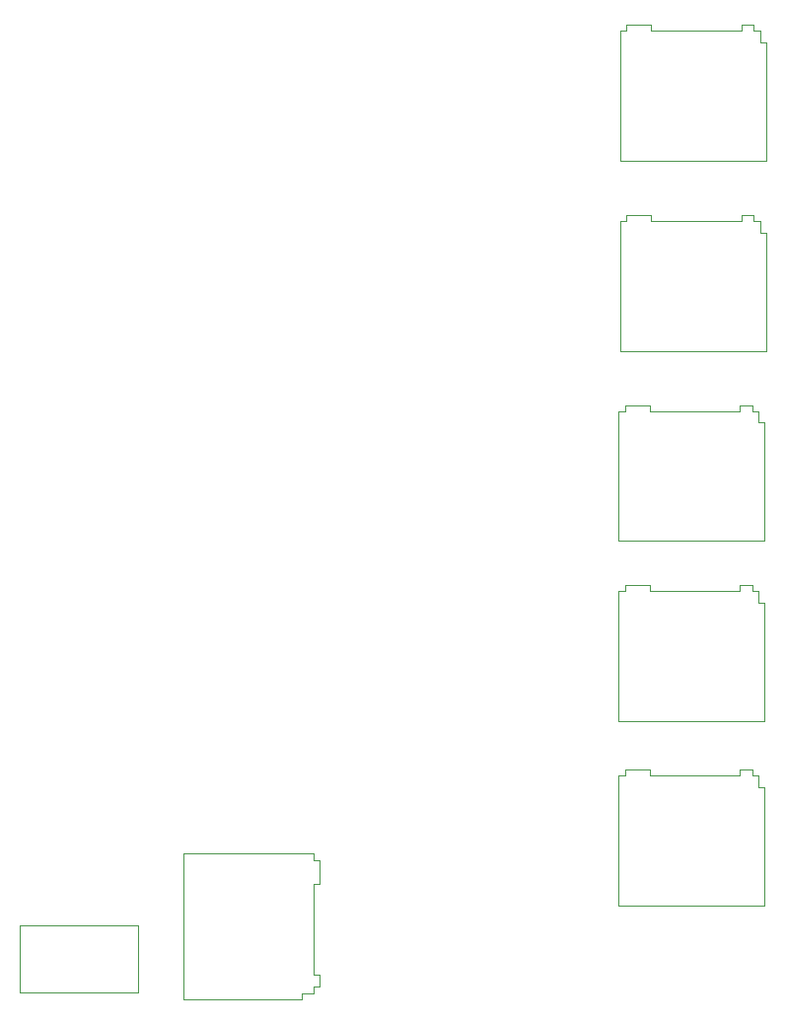
<source format=gbr>
G04*
G04 #@! TF.GenerationSoftware,Altium Limited,Altium Designer,24.6.1 (21)*
G04*
G04 Layer_Color=32768*
%FSLAX25Y25*%
%MOIN*%
G70*
G04*
G04 #@! TF.SameCoordinates,02B8DA6F-49FF-4BAE-8194-33363A00AC8D*
G04*
G04*
G04 #@! TF.FilePolarity,Positive*
G04*
G01*
G75*
%ADD11C,0.00394*%
D11*
X658462Y239822D02*
X688974D01*
Y241791D01*
X693107D01*
Y239822D02*
Y241791D01*
Y239822D02*
X695273D01*
Y235885D02*
Y239822D01*
Y235885D02*
X697241D01*
X658462Y239822D02*
Y241791D01*
X650194D02*
X658462D01*
X650194Y239822D02*
Y241791D01*
X648029Y239822D02*
X650194D01*
X697241Y195885D02*
Y235885D01*
X648029Y195885D02*
X697241D01*
X648029D02*
Y239822D01*
Y256661D02*
Y300598D01*
Y256661D02*
X697241D01*
Y296661D01*
X648029Y300598D02*
X650194D01*
Y302566D01*
X658462D01*
Y300598D02*
Y302566D01*
X695273Y296661D02*
X697241D01*
X695273D02*
Y300598D01*
X693107D02*
X695273D01*
X693107D02*
Y302567D01*
X688974D02*
X693107D01*
X688974Y300598D02*
Y302567D01*
X658462Y300598D02*
X688974D01*
X658998Y364822D02*
X689510D01*
Y366791D01*
X693644D01*
Y364822D02*
Y366791D01*
Y364822D02*
X695809D01*
Y360885D02*
Y364822D01*
Y360885D02*
X697778D01*
X658998Y364822D02*
Y366791D01*
X650731D02*
X658998D01*
X650731Y364822D02*
Y366791D01*
X648565Y364822D02*
X650731D01*
X697778Y320885D02*
Y360885D01*
X648565Y320885D02*
X697778D01*
X648565D02*
Y364822D01*
X658998Y429098D02*
X689510D01*
Y431067D01*
X693644D01*
Y429098D02*
Y431067D01*
Y429098D02*
X695809D01*
Y425161D02*
Y429098D01*
Y425161D02*
X697778D01*
X658998Y429098D02*
Y431066D01*
X650731D02*
X658998D01*
X650731Y429098D02*
Y431066D01*
X648565Y429098D02*
X650731D01*
X697778Y385161D02*
Y425161D01*
X648565Y385161D02*
X697778D01*
X648565D02*
Y429098D01*
X544969Y110161D02*
Y140673D01*
Y110161D02*
X546937D01*
Y106028D02*
Y110161D01*
X544969Y106028D02*
X546937D01*
X544969Y103862D02*
Y106028D01*
X541032Y103862D02*
X544969D01*
X541032Y101894D02*
Y103862D01*
X544969Y140673D02*
X546937D01*
Y148941D01*
X544969D02*
X546937D01*
X544969D02*
Y151106D01*
X501032Y101894D02*
X541032D01*
X501032D02*
Y151106D01*
X544969D01*
X445421Y104083D02*
X485579D01*
Y126917D01*
X445421D02*
X485579D01*
X445421Y104083D02*
Y126917D01*
X658462Y177322D02*
X688974D01*
Y179291D01*
X693107D01*
Y177322D02*
Y179291D01*
Y177322D02*
X695273D01*
Y173385D02*
Y177322D01*
Y173385D02*
X697241D01*
X658462Y177322D02*
Y179291D01*
X650194D02*
X658462D01*
X650194Y177322D02*
Y179291D01*
X648029Y177322D02*
X650194D01*
X697241Y133385D02*
Y173385D01*
X648029Y133385D02*
X697241D01*
X648029D02*
Y177322D01*
M02*

</source>
